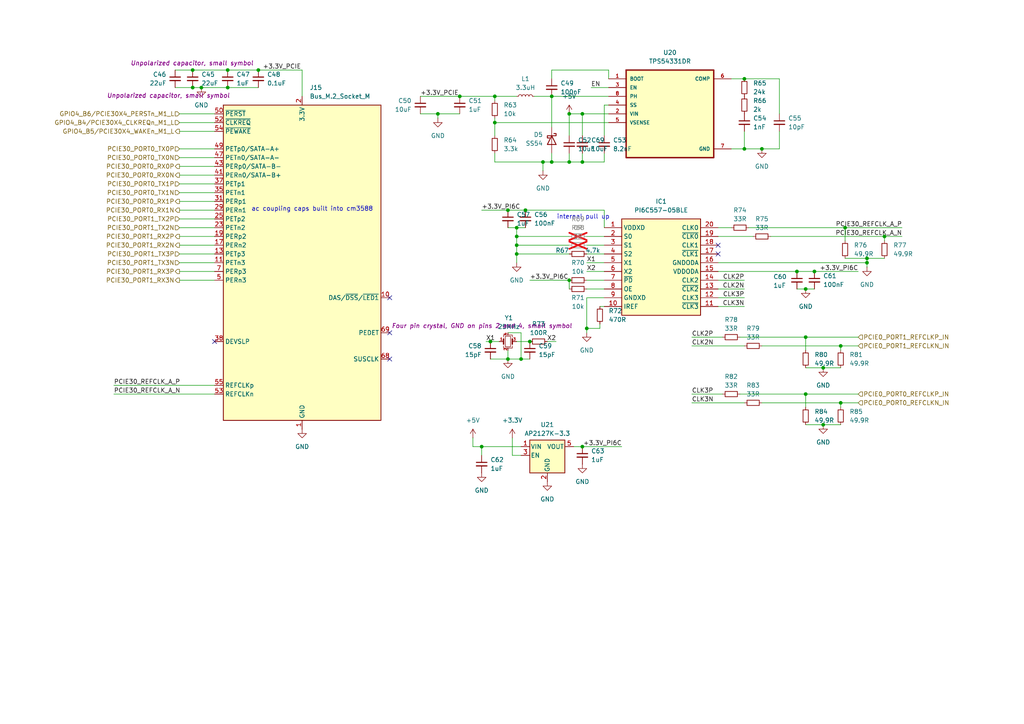
<source format=kicad_sch>
(kicad_sch (version 20240417) (generator "eeschema") (generator_version "8.99")
  (paper "A4")
  (title_block (title "anyon e") (date "2024-06-12") (rev "V0.1") (company "Byran Huang") (comment 4 "Proof of concept board for feature verification"))
  (lib_symbols
    (symbol "Connector:Bus_M.2_Socket_M"
      (property "Reference" "J" (at -22.86 46.99 0))
      (property "Value" "Bus_M.2_Socket_M" (at 16.51 46.99 0))
      (symbol "Bus_M.2_Socket_M_0_1"
        (rectangle (start -22.86 45.72) (end 22.86 -45.72) (stroke (width 0.254)) (fill (type background)))
      )
      (symbol "Bus_M.2_Socket_M_1_1"
        (pin power_in line (at 0 -48.26 90) (length 2.54) (name "GND") (number "1"))
        (pin bidirectional line (at 25.4 -10.16 180) (length 2.54) (name "DAS/~{DSS}/~{LED1}") (number "10"))
        (pin output line (at -25.4 0 0) (length 2.54) (name "PETn3") (number "11"))
        (pin passive line (at 0 48.26 270) (length 2.54) hide (name "3.3V") (number "12"))
        (pin output line (at -25.4 2.54 0) (length 2.54) (name "PETp3") (number "13"))
        (pin passive line (at 0 48.26 270) (length 2.54) hide (name "3.3V") (number "14"))
        (pin passive line (at 0 -48.26 90) (length 2.54) hide (name "GND") (number "15"))
        (pin passive line (at 0 48.26 270) (length 2.54) hide (name "3.3V") (number "16"))
        (pin input line (at -25.4 5.08 0) (length 2.54) (name "PERn2") (number "17"))
        (pin passive line (at 0 48.26 270) (length 2.54) hide (name "3.3V") (number "18"))
        (pin input line (at -25.4 7.62 0) (length 2.54) (name "PERp2") (number "19"))
        (pin power_in line (at 0 48.26 270) (length 2.54) (name "3.3V") (number "2"))
        (pin no_connect line (at 22.86 2.54 180) (length 2.54) hide (name "NC") (number "20"))
        (pin passive line (at 0 -48.26 90) (length 2.54) hide (name "GND") (number "21"))
        (pin no_connect line (at 22.86 5.08 180) (length 2.54) hide (name "NC") (number "22"))
        (pin output line (at -25.4 10.16 0) (length 2.54) (name "PETn2") (number "23"))
        (pin no_connect line (at 22.86 7.62 180) (length 2.54) hide (name "NC") (number "24"))
        (pin output line (at -25.4 12.7 0) (length 2.54) (name "PETp2") (number "25"))
        (pin no_connect line (at 22.86 10.16 180) (length 2.54) hide (name "NC") (number "26"))
        (pin passive line (at 0 -48.26 90) (length 2.54) hide (name "GND") (number "27"))
        (pin no_connect line (at 22.86 12.7 180) (length 2.54) hide (name "NC") (number "28"))
        (pin input line (at -25.4 15.24 0) (length 2.54) (name "PERn1") (number "29"))
        (pin passive line (at 0 -48.26 90) (length 2.54) hide (name "GND") (number "3"))
        (pin no_connect line (at 22.86 15.24 180) (length 2.54) hide (name "NC") (number "30"))
        (pin input line (at -25.4 17.78 0) (length 2.54) (name "PERp1") (number "31"))
        (pin no_connect line (at 22.86 17.78 180) (length 2.54) hide (name "NC") (number "32"))
        (pin passive line (at 0 -48.26 90) (length 2.54) hide (name "GND") (number "33"))
        (pin no_connect line (at 22.86 20.32 180) (length 2.54) hide (name "NC") (number "34"))
        (pin output line (at -25.4 20.32 0) (length 2.54) (name "PETn1") (number "35"))
        (pin no_connect line (at 22.86 22.86 180) (length 2.54) hide (name "NC") (number "36"))
        (pin output line (at -25.4 22.86 0) (length 2.54) (name "PETp1") (number "37"))
        (pin output line (at -25.4 -22.86 0) (length 2.54) (name "DEVSLP") (number "38"))
        (pin passive line (at 0 -48.26 90) (length 2.54) hide (name "GND") (number "39"))
        (pin passive line (at 0 48.26 270) (length 2.54) hide (name "3.3V") (number "4"))
        (pin no_connect line (at 22.86 25.4 180) (length 2.54) hide (name "NC") (number "40"))
        (pin input line (at -25.4 25.4 0) (length 2.54) (name "PERn0/SATA-B+") (number "41"))
        (pin no_connect line (at 22.86 27.94 180) (length 2.54) hide (name "NC") (number "42"))
        (pin input line (at -25.4 27.94 0) (length 2.54) (name "PERp0/SATA-B-") (number "43"))
        (pin no_connect line (at 22.86 30.48 180) (length 2.54) hide (name "NC") (number "44"))
        (pin passive line (at 0 -48.26 90) (length 2.54) hide (name "GND") (number "45"))
        (pin no_connect line (at 22.86 33.02 180) (length 2.54) hide (name "NC") (number "46"))
        (pin output line (at -25.4 30.48 0) (length 2.54) (name "PETn0/SATA-A-") (number "47"))
        (pin no_connect line (at 22.86 35.56 180) (length 2.54) hide (name "NC") (number "48"))
        (pin output line (at -25.4 33.02 0) (length 2.54) (name "PETp0/SATA-A+") (number "49"))
        (pin input line (at -25.4 -5.08 0) (length 2.54) (name "PERn3") (number "5"))
        (pin output line (at -25.4 43.18 0) (length 2.54) (name "~{PERST}") (number "50"))
        (pin passive line (at 0 -48.26 90) (length 2.54) hide (name "GND") (number "51"))
        (pin bidirectional line (at -25.4 40.64 0) (length 2.54) (name "~{CLKREQ}") (number "52"))
        (pin output line (at -25.4 -38.1 0) (length 2.54) (name "REFCLKn") (number "53"))
        (pin bidirectional line (at -25.4 38.1 0) (length 2.54) (name "~{PEWAKE}") (number "54"))
        (pin output line (at -25.4 -35.56 0) (length 2.54) (name "REFCLKp") (number "55"))
        (pin no_connect line (at 22.86 38.1 180) (length 2.54) hide (name "NC") (number "56"))
        (pin passive line (at 0 -48.26 90) (length 2.54) hide (name "GND") (number "57"))
        (pin no_connect line (at 22.86 40.64 180) (length 2.54) hide (name "NC") (number "58"))
        (pin no_connect line (at 22.86 -2.54 180) (length 2.54) hide (name "NC") (number "6"))
        (pin no_connect line (at 22.86 -5.08 180) (length 2.54) hide (name "NC") (number "67"))
        (pin output line (at 25.4 -27.94 180) (length 2.54) (name "SUSCLK") (number "68"))
        (pin passive line (at 25.4 -20.32 180) (length 2.54) (name "PEDET") (number "69"))
        (pin input line (at -25.4 -2.54 0) (length 2.54) (name "PERp3") (number "7"))
        (pin passive line (at 0 48.26 270) (length 2.54) hide (name "3.3V") (number "70"))
        (pin passive line (at 0 -48.26 90) (length 2.54) hide (name "GND") (number "71"))
        (pin passive line (at 0 48.26 270) (length 2.54) hide (name "3.3V") (number "72"))
        (pin passive line (at 0 -48.26 90) (length 2.54) hide (name "GND") (number "73"))
        (pin passive line (at 0 48.26 270) (length 2.54) hide (name "3.3V") (number "74"))
        (pin passive line (at 0 -48.26 90) (length 2.54) hide (name "GND") (number "75"))
        (pin no_connect line (at 22.86 0 180) (length 2.54) hide (name "NC") (number "8"))
        (pin passive line (at 0 -48.26 90) (length 2.54) hide (name "GND") (number "9"))
      )
    )
    (symbol "Device:C_Small" (pin_numbers hide) (pin_names (offset 0.254) hide)
      (property "Reference" "C" (at 0.254 1.778 0))
      (property "Value" "C_Small" (at 0.254 -2.032 0))
      (symbol "C_Small_0_1"
        (polyline (pts (xy -1.524 0.508) (xy 1.524 0.508)) (stroke (width 0.3048)))
        (polyline (pts (xy -1.524 -0.508) (xy 1.524 -0.508)) (stroke (width 0.3302)))
      )
      (symbol "C_Small_1_1"
        (pin passive line (at 0 2.54 270) (length 2.032) (name "~") (number "1"))
        (pin passive line (at 0 -2.54 90) (length 2.032) (name "~") (number "2"))
      )
    )
    (symbol "Device:Crystal_GND24_Small" (pin_names (offset 1.016) hide)
      (property "Reference" "Y" (at 1.27 4.445 0))
      (property "Value" "Crystal_GND24_Small" (at 1.27 2.54 0))
      (symbol "Crystal_GND24_Small_0_1"
        (polyline (pts (xy -1.27 1.27) (xy -1.27 1.905) (xy 1.27 1.905) (xy 1.27 1.27)))
        (polyline (pts (xy -1.27 -0.762) (xy -1.27 0.762)) (stroke (width 0.381)))
        (polyline (pts (xy -1.27 -1.27) (xy -1.27 -1.905) (xy 1.27 -1.905) (xy 1.27 -1.27)))
        (rectangle (start -0.762 -1.524) (end 0.762 1.524))
        (polyline (pts (xy 1.27 -0.762) (xy 1.27 0.762)) (stroke (width 0.381)))
      )
      (symbol "Crystal_GND24_Small_1_1"
        (pin passive line (at -2.54 0 0) (length 1.27) (name "1") (number "1"))
        (pin passive line (at 0 -2.54 90) (length 0.635) (name "2") (number "2"))
        (pin passive line (at 2.54 0 180) (length 1.27) (name "3") (number "3"))
        (pin passive line (at 0 2.54 270) (length 0.635) (name "4") (number "4"))
      )
    )
    (symbol "Device:D_Schottky" (pin_numbers hide) (pin_names (offset 1.016) hide)
      (property "Reference" "D" (at 0 2.54 0))
      (property "Value" "D_Schottky" (at 0 -2.54 0))
      (symbol "D_Schottky_0_1"
        (polyline (pts (xy -1.905 0.635) (xy -1.905 1.27) (xy -1.27 1.27) (xy -1.27 -1.27) (xy -0.635 -1.27) (xy -0.635 -0.635)) (stroke (width 0.254)))
        (polyline (pts (xy 1.27 1.27) (xy 1.27 -1.27) (xy -1.27 0) (xy 1.27 1.27)) (stroke (width 0.254)))
        (polyline (pts (xy 1.27 0) (xy -1.27 0)))
      )
      (symbol "D_Schottky_1_1"
        (pin passive line (at -3.81 0 0) (length 2.54) (name "K") (number "1"))
        (pin passive line (at 3.81 0 180) (length 2.54) (name "A") (number "2"))
      )
    )
    (symbol "Device:L_Small" (pin_numbers hide) (pin_names (offset 0.254) hide)
      (property "Reference" "L" (at 0.762 1.016 0))
      (property "Value" "L_Small" (at 0.762 -1.016 0))
      (symbol "L_Small_0_1"
        (arc (start 0 2.032) (mid 0.5058 1.524) (end 0 1.016))
        (arc (start 0 1.016) (mid 0.5058 0.508) (end 0 0))
        (arc (start 0 0) (mid 0.5058 -0.508) (end 0 -1.016))
        (arc (start 0 -1.016) (mid 0.5058 -1.524) (end 0 -2.032))
      )
      (symbol "L_Small_1_1"
        (pin passive line (at 0 2.54 270) (length 0.508) (name "~") (number "1"))
        (pin passive line (at 0 -2.54 90) (length 0.508) (name "~") (number "2"))
      )
    )
    (symbol "Device:R_Small" (pin_numbers hide) (pin_names (offset 0.254) hide)
      (property "Reference" "R" (at 0.762 0.508 0))
      (property "Value" "R_Small" (at 0.762 -1.016 0))
      (symbol "R_Small_0_1"
        (rectangle (start -0.762 1.778) (end 0.762 -1.778) (stroke (width 0.2032)))
      )
      (symbol "R_Small_1_1"
        (pin passive line (at 0 2.54 270) (length 0.762) (name "~") (number "1"))
        (pin passive line (at 0 -2.54 90) (length 0.762) (name "~") (number "2"))
      )
    )
    (symbol "PI6C557-05B:PI6C557-05BLE"
      (property "Reference" "IC" (at 29.21 7.62 0))
      (property "Value" "PI6C557-05BLE" (at 29.21 5.08 0))
      (symbol "PI6C557-05BLE_1_1"
        (rectangle (start 5.08 2.54) (end 27.94 -25.4) (stroke (width 0.254)) (fill (type background)))
        (pin passive line (at 0 0 0) (length 5.08) (name "VDDXD") (number "1"))
        (pin passive line (at 0 -22.86 0) (length 5.08) (name "IREF") (number "10"))
        (pin passive line (at 33.02 -22.86 180) (length 5.08) (name "~{CLK3}") (number "11"))
        (pin passive line (at 33.02 -20.32 180) (length 5.08) (name "CLK3") (number "12"))
        (pin passive line (at 33.02 -17.78 180) (length 5.08) (name "~{CLK2}") (number "13"))
        (pin passive line (at 33.02 -15.24 180) (length 5.08) (name "CLK2") (number "14"))
        (pin passive line (at 33.02 -12.7 180) (length 5.08) (name "VDDODA") (number "15"))
        (pin passive line (at 33.02 -10.16 180) (length 5.08) (name "GNDODA") (number "16"))
        (pin passive line (at 33.02 -7.62 180) (length 5.08) (name "~{CLK1}") (number "17"))
        (pin passive line (at 33.02 -5.08 180) (length 5.08) (name "CLK1") (number "18"))
        (pin passive line (at 33.02 -2.54 180) (length 5.08) (name "~{CLK0}") (number "19"))
        (pin passive line (at 0 -2.54 0) (length 5.08) (name "S0") (number "2"))
        (pin passive line (at 33.02 0 180) (length 5.08) (name "CLK0") (number "20"))
        (pin passive line (at 0 -5.08 0) (length 5.08) (name "S1") (number "3"))
        (pin passive line (at 0 -7.62 0) (length 5.08) (name "S2") (number "4"))
        (pin passive line (at 0 -10.16 0) (length 5.08) (name "X1") (number "5"))
        (pin passive line (at 0 -12.7 0) (length 5.08) (name "X2") (number "6"))
        (pin passive line (at 0 -15.24 0) (length 5.08) (name "~{PD}") (number "7"))
        (pin passive line (at 0 -17.78 0) (length 5.08) (name "OE") (number "8"))
        (pin passive line (at 0 -20.32 0) (length 5.08) (name "GNDXD") (number "9"))
      )
    )
    (symbol "Regulator_Linear:AP2127K-3.3" (pin_names (offset 0.254))
      (property "Reference" "U" (at -5.08 5.715 0))
      (property "Value" "AP2127K-3.3" (at 0 5.715 0))
      (symbol "AP2127K-3.3_0_1"
        (rectangle (start -5.08 4.445) (end 5.08 -5.08) (stroke (width 0.254)) (fill (type background)))
      )
      (symbol "AP2127K-3.3_1_1"
        (pin power_in line (at -7.62 2.54 0) (length 2.54) (name "VIN") (number "1"))
        (pin power_in line (at 0 -7.62 90) (length 2.54) (name "GND") (number "2"))
        (pin input line (at -7.62 0 0) (length 2.54) (name "EN") (number "3"))
        (pin no_connect line (at 5.08 0 180) (length 2.54) hide (name "NC") (number "4"))
        (pin power_out line (at 7.62 2.54 180) (length 2.54) (name "VOUT") (number "5"))
      )
    )
    (symbol "TPS54331DR:TPS54331DR" (pin_names (offset 1.016))
      (property "Reference" "U" (at -12.7 13.7 0))
      (property "Value" "TPS54331DR" (at -12.7 -16.7 0))
      (symbol "TPS54331DR_0_0"
        (rectangle (start -12.7 -12.7) (end 12.7 12.7) (stroke (width 0.41)) (fill (type background)))
        (pin input line (at -17.78 10.16 0) (length 5.08) (name "BOOT") (number "1"))
        (pin input line (at -17.78 0 0) (length 5.08) (name "VIN") (number "2"))
        (pin input line (at -17.78 7.62 0) (length 5.08) (name "EN") (number "3"))
        (pin input line (at -17.78 2.54 0) (length 5.08) (name "SS") (number "4"))
        (pin input line (at -17.78 -2.54 0) (length 5.08) (name "VSENSE") (number "5"))
        (pin output line (at 17.78 10.16 180) (length 5.08) (name "COMP") (number "6"))
        (pin power_in line (at 17.78 -10.16 180) (length 5.08) (name "GND") (number "7"))
        (pin input line (at -17.78 5.08 0) (length 5.08) (name "PH") (number "8"))
      )
    )
    (symbol "power:+3.3V" (power) (pin_numbers hide) (pin_names (offset 0) hide)
      (property "Value" "+3.3V" (at 0 3.556 0))
      (symbol "+3.3V_0_1"
        (polyline (pts (xy -0.762 1.27) (xy 0 2.54)))
        (polyline (pts (xy 0 2.54) (xy 0.762 1.27)))
        (polyline (pts (xy 0 0) (xy 0 2.54)))
      )
      (symbol "+3.3V_1_1"
        (pin power_in line (at 0 0 90) (length 0) (name "~") (number "1"))
      )
    )
    (symbol "power:+5V" (power) (pin_numbers hide) (pin_names (offset 0) hide)
      (property "Value" "+5V" (at 0 3.556 0))
      (symbol "+5V_0_1"
        (polyline (pts (xy -0.762 1.27) (xy 0 2.54)))
        (polyline (pts (xy 0 2.54) (xy 0.762 1.27)))
        (polyline (pts (xy 0 0) (xy 0 2.54)))
      )
      (symbol "+5V_1_1"
        (pin power_in line (at 0 0 90) (length 0) (name "~") (number "1"))
      )
    )
    (symbol "power:GND" (power) (pin_numbers hide) (pin_names (offset 0) hide)
      (property "Value" "GND" (at 0 -3.81 0))
      (symbol "GND_0_1"
        (polyline (pts (xy 0 0) (xy 0 -1.27) (xy 1.27 -1.27) (xy 0 -2.54) (xy -1.27 -1.27) (xy 0 -1.27)))
      )
      (symbol "GND_1_1"
        (pin power_in line (at 0 0 270) (length 0) (name "~") (number "1"))
      )
    )
  )
  (text "ac coupling caps built into cm3588" (at 72.898 60.706 0) (effects (font (size 1.27 1.27)) (justify left)))
  (text "internal pull up" (at 169.164 62.992 0) (effects (font (size 1.27 1.27))))
  (junction (at 147.32 104.14))
  (junction (at 142.24 99.06))
  (junction (at 149.86 73.66))
  (junction (at 251.46 76.2))
  (junction (at 238.76 123.19))
  (junction (at 127 33.02))
  (junction (at 157.48 46.99))
  (junction (at 74.93 20.32))
  (junction (at 149.86 68.58))
  (junction (at 149.86 71.12))
  (junction (at 153.67 99.06))
  (junction (at 231.14 78.74))
  (junction (at 152.4 60.96))
  (junction (at 66.04 25.4))
  (junction (at 55.88 25.4))
  (junction (at 66.04 20.32))
  (junction (at 220.98 43.18))
  (junction (at 143.51 27.94))
  (junction (at 238.76 106.68))
  (junction (at 160.02 46.99))
  (junction (at 215.9 43.18))
  (junction (at 251.46 74.93))
  (junction (at 256.54 68.58))
  (junction (at 233.68 114.3))
  (junction (at 55.88 20.32))
  (junction (at 243.84 116.84))
  (junction (at 143.51 35.56))
  (junction (at 133.35 27.94))
  (junction (at 165.1 33.02))
  (junction (at 160.02 27.94))
  (junction (at 168.91 46.99))
  (junction (at 149.86 66.04))
  (junction (at 168.91 129.54))
  (junction (at 236.22 78.74))
  (junction (at 147.32 60.96))
  (junction (at 243.84 100.33))
  (junction (at 151.13 104.14))
  (junction (at 165.1 81.28))
  (junction (at 165.1 46.99))
  (junction (at 215.9 22.86))
  (junction (at 233.68 97.79))
  (junction (at 233.68 83.82))
  (junction (at 58.42 25.4))
  (junction (at 170.18 95.25))
  (junction (at 168.91 33.02))
  (junction (at 139.7 129.54))
  (junction (at 245.11 66.04))
  (no_connect (at 113.03 86.36))
  (no_connect (at 208.28 73.66))
  (no_connect (at 208.28 71.12))
  (no_connect (at 62.23 99.06))
  (no_connect (at 113.03 96.52))
  (no_connect (at 113.03 104.14))
  (wire (pts (xy 52.07 60.96) (xy 62.23 60.96)))
  (wire (pts (xy 160.02 46.99) (xy 160.02 44.45)))
  (wire (pts (xy 256.54 68.58) (xy 261.62 68.58)))
  (wire (pts (xy 245.11 66.04) (xy 261.62 66.04)))
  (wire (pts (xy 52.07 58.42) (xy 62.23 58.42)))
  (wire (pts (xy 176.53 20.32) (xy 176.53 22.86)))
  (wire (pts (xy 52.07 76.2) (xy 62.23 76.2)))
  (wire (pts (xy 52.07 33.02) (xy 62.23 33.02)))
  (wire (pts (xy 175.26 60.96) (xy 175.26 66.04)))
  (wire (pts (xy 50.8 25.4) (xy 55.88 25.4)))
  (wire (pts (xy 233.68 97.79) (xy 233.68 101.6)))
  (wire (pts (xy 238.76 106.68) (xy 243.84 106.68)))
  (wire (pts (xy 52.07 53.34) (xy 62.23 53.34)))
  (wire (pts (xy 170.18 86.36) (xy 170.18 95.25)))
  (wire (pts (xy 52.07 48.26) (xy 62.23 48.26)))
  (wire (pts (xy 233.68 106.68) (xy 238.76 106.68)))
  (wire (pts (xy 165.1 39.37) (xy 165.1 33.02)))
  (wire (pts (xy 143.51 46.99) (xy 157.48 46.99)))
  (wire (pts (xy 143.51 35.56) (xy 176.53 35.56)))
  (wire (pts (xy 215.9 38.1) (xy 215.9 43.18)))
  (wire (pts (xy 55.88 25.4) (xy 58.42 25.4)))
  (wire (pts (xy 52.07 45.72) (xy 62.23 45.72)))
  (wire (pts (xy 170.18 76.2) (xy 175.26 76.2)))
  (wire (pts (xy 121.92 33.02) (xy 127 33.02)))
  (wire (pts (xy 142.24 99.06) (xy 144.78 99.06)))
  (wire (pts (xy 151.13 96.52) (xy 151.13 104.14)))
  (wire (pts (xy 143.51 34.29) (xy 143.51 35.56)))
  (wire (pts (xy 170.18 81.28) (xy 175.26 81.28)))
  (wire (pts (xy 220.98 100.33) (xy 243.84 100.33)))
  (wire (pts (xy 170.18 71.12) (xy 175.26 71.12)))
  (wire (pts (xy 66.04 25.4) (xy 74.93 25.4)))
  (wire (pts (xy 231.14 78.74) (xy 236.22 78.74)))
  (wire (pts (xy 52.07 81.28) (xy 62.23 81.28)))
  (wire (pts (xy 208.28 88.9) (xy 215.9 88.9)))
  (wire (pts (xy 215.9 22.86) (xy 226.06 22.86)))
  (wire (pts (xy 58.42 25.4) (xy 66.04 25.4)))
  (wire (pts (xy 127 33.02) (xy 133.35 33.02)))
  (wire (pts (xy 251.46 74.93) (xy 256.54 74.93)))
  (wire (pts (xy 160.02 46.99) (xy 165.1 46.99)))
  (wire (pts (xy 170.18 83.82) (xy 175.26 83.82)))
  (wire (pts (xy 175.26 30.48) (xy 176.53 30.48)))
  (wire (pts (xy 52.07 71.12) (xy 62.23 71.12)))
  (wire (pts (xy 233.68 114.3) (xy 248.92 114.3)))
  (wire (pts (xy 157.48 46.99) (xy 160.02 46.99)))
  (wire (pts (xy 165.1 68.58) (xy 149.86 68.58)))
  (wire (pts (xy 168.91 44.45) (xy 168.91 46.99)))
  (wire (pts (xy 165.1 46.99) (xy 165.1 44.45)))
  (wire (pts (xy 208.28 86.36) (xy 215.9 86.36)))
  (wire (pts (xy 52.07 63.5) (xy 62.23 63.5)))
  (wire (pts (xy 208.28 78.74) (xy 231.14 78.74)))
  (wire (pts (xy 243.84 100.33) (xy 248.92 100.33)))
  (wire (pts (xy 208.28 81.28) (xy 215.9 81.28)))
  (wire (pts (xy 212.09 22.86) (xy 215.9 22.86)))
  (wire (pts (xy 157.48 49.53) (xy 157.48 46.99)))
  (wire (pts (xy 175.26 68.58) (xy 170.18 68.58)))
  (wire (pts (xy 243.84 100.33) (xy 243.84 101.6)))
  (wire (pts (xy 154.94 27.94) (xy 160.02 27.94)))
  (wire (pts (xy 173.99 95.25) (xy 173.99 93.98)))
  (wire (pts (xy 152.4 60.96) (xy 175.26 60.96)))
  (wire (pts (xy 256.54 68.58) (xy 256.54 69.85)))
  (wire (pts (xy 149.86 66.04) (xy 149.86 68.58)))
  (wire (pts (xy 231.14 83.82) (xy 233.68 83.82)))
  (wire (pts (xy 243.84 116.84) (xy 248.92 116.84)))
  (wire (pts (xy 217.17 66.04) (xy 245.11 66.04)))
  (wire (pts (xy 200.66 100.33) (xy 215.9 100.33)))
  (wire (pts (xy 233.68 83.82) (xy 236.22 83.82)))
  (wire (pts (xy 238.76 123.19) (xy 243.84 123.19)))
  (wire (pts (xy 33.02 111.76) (xy 62.23 111.76)))
  (wire (pts (xy 251.46 77.47) (xy 251.46 76.2)))
  (wire (pts (xy 166.37 129.54) (xy 168.91 129.54)))
  (wire (pts (xy 52.07 55.88) (xy 62.23 55.88)))
  (wire (pts (xy 149.86 68.58) (xy 149.86 71.12)))
  (wire (pts (xy 133.35 27.94) (xy 143.51 27.94)))
  (wire (pts (xy 208.28 68.58) (xy 218.44 68.58)))
  (wire (pts (xy 161.29 99.06) (xy 158.75 99.06)))
  (wire (pts (xy 137.16 127) (xy 137.16 129.54)))
  (wire (pts (xy 153.67 81.28) (xy 165.1 81.28)))
  (wire (pts (xy 168.91 33.02) (xy 176.53 33.02)))
  (wire (pts (xy 168.91 33.02) (xy 168.91 39.37)))
  (wire (pts (xy 214.63 97.79) (xy 233.68 97.79)))
  (wire (pts (xy 149.86 73.66) (xy 149.86 76.2)))
  (wire (pts (xy 52.07 35.56) (xy 62.23 35.56)))
  (wire (pts (xy 175.26 30.48) (xy 175.26 39.37)))
  (wire (pts (xy 226.06 22.86) (xy 226.06 33.02)))
  (wire (pts (xy 233.68 123.19) (xy 238.76 123.19)))
  (wire (pts (xy 52.07 73.66) (xy 62.23 73.66)))
  (wire (pts (xy 74.93 20.32) (xy 66.04 20.32)))
  (wire (pts (xy 147.32 60.96) (xy 152.4 60.96)))
  (wire (pts (xy 33.02 114.3) (xy 62.23 114.3)))
  (wire (pts (xy 52.07 66.04) (xy 62.23 66.04)))
  (wire (pts (xy 160.02 27.94) (xy 176.53 27.94)))
  (wire (pts (xy 170.18 78.74) (xy 175.26 78.74)))
  (wire (pts (xy 149.86 71.12) (xy 165.1 71.12)))
  (wire (pts (xy 170.18 73.66) (xy 175.26 73.66)))
  (wire (pts (xy 200.66 97.79) (xy 209.55 97.79)))
  (wire (pts (xy 149.86 71.12) (xy 149.86 73.66)))
  (wire (pts (xy 170.18 95.25) (xy 173.99 95.25)))
  (wire (pts (xy 168.91 129.54) (xy 180.34 129.54)))
  (wire (pts (xy 137.16 129.54) (xy 139.7 129.54)))
  (wire (pts (xy 139.7 60.96) (xy 147.32 60.96)))
  (wire (pts (xy 233.68 97.79) (xy 248.92 97.79)))
  (wire (pts (xy 147.32 104.14) (xy 151.13 104.14)))
  (wire (pts (xy 143.51 39.37) (xy 143.51 35.56)))
  (wire (pts (xy 139.7 132.08) (xy 139.7 129.54)))
  (wire (pts (xy 143.51 29.21) (xy 143.51 27.94)))
  (wire (pts (xy 175.26 86.36) (xy 170.18 86.36)))
  (wire (pts (xy 200.66 114.3) (xy 209.55 114.3)))
  (wire (pts (xy 212.09 43.18) (xy 215.9 43.18)))
  (wire (pts (xy 55.88 20.32) (xy 50.8 20.32)))
  (wire (pts (xy 151.13 104.14) (xy 153.67 104.14)))
  (wire (pts (xy 160.02 20.32) (xy 160.02 22.86)))
  (wire (pts (xy 168.91 46.99) (xy 175.26 46.99)))
  (wire (pts (xy 160.02 36.83) (xy 160.02 27.94)))
  (wire (pts (xy 200.66 116.84) (xy 215.9 116.84)))
  (wire (pts (xy 148.59 127) (xy 148.59 132.08)))
  (wire (pts (xy 147.32 96.52) (xy 151.13 96.52)))
  (wire (pts (xy 52.07 68.58) (xy 62.23 68.58)))
  (wire (pts (xy 208.28 83.82) (xy 215.9 83.82)))
  (wire (pts (xy 52.07 78.74) (xy 62.23 78.74)))
  (wire (pts (xy 160.02 20.32) (xy 176.53 20.32)))
  (wire (pts (xy 165.1 46.99) (xy 168.91 46.99)))
  (wire (pts (xy 245.11 66.04) (xy 245.11 69.85)))
  (wire (pts (xy 165.1 81.28) (xy 165.1 83.82)))
  (wire (pts (xy 149.86 99.06) (xy 153.67 99.06)))
  (wire (pts (xy 175.26 46.99) (xy 175.26 44.45)))
  (wire (pts (xy 55.88 20.32) (xy 66.04 20.32)))
  (wire (pts (xy 147.32 66.04) (xy 149.86 66.04)))
  (wire (pts (xy 165.1 33.02) (xy 168.91 33.02)))
  (wire (pts (xy 226.06 38.1) (xy 226.06 43.18)))
  (wire (pts (xy 87.63 20.32) (xy 87.63 27.94)))
  (wire (pts (xy 149.86 73.66) (xy 165.1 73.66)))
  (wire (pts (xy 121.92 27.94) (xy 133.35 27.94)))
  (wire (pts (xy 208.28 66.04) (xy 212.09 66.04)))
  (wire (pts (xy 214.63 114.3) (xy 233.68 114.3)))
  (wire (pts (xy 208.28 76.2) (xy 251.46 76.2)))
  (wire (pts (xy 140.97 99.06) (xy 142.24 99.06)))
  (wire (pts (xy 223.52 68.58) (xy 256.54 68.58)))
  (wire (pts (xy 245.11 74.93) (xy 251.46 74.93)))
  (wire (pts (xy 220.98 43.18) (xy 226.06 43.18)))
  (wire (pts (xy 243.84 116.84) (xy 243.84 118.11)))
  (wire (pts (xy 143.51 44.45) (xy 143.51 46.99)))
  (wire (pts (xy 52.07 43.18) (xy 62.23 43.18)))
  (wire (pts (xy 251.46 76.2) (xy 251.46 74.93)))
  (wire (pts (xy 233.68 114.3) (xy 233.68 118.11)))
  (wire (pts (xy 148.59 132.08) (xy 151.13 132.08)))
  (wire (pts (xy 220.98 116.84) (xy 243.84 116.84)))
  (wire (pts (xy 127 33.02) (xy 127 34.29)))
  (wire (pts (xy 142.24 104.14) (xy 147.32 104.14)))
  (wire (pts (xy 171.45 25.4) (xy 176.53 25.4)))
  (wire (pts (xy 74.93 20.32) (xy 87.63 20.32)))
  (wire (pts (xy 173.99 88.9) (xy 175.26 88.9)))
  (wire (pts (xy 236.22 78.74) (xy 248.92 78.74)))
  (wire (pts (xy 139.7 129.54) (xy 151.13 129.54)))
  (wire (pts (xy 52.07 50.8) (xy 62.23 50.8)))
  (wire (pts (xy 149.86 66.04) (xy 152.4 66.04)))
  (wire (pts (xy 147.32 101.6) (xy 147.32 104.14)))
  (wire (pts (xy 52.07 38.1) (xy 62.23 38.1)))
  (wire (pts (xy 215.9 43.18) (xy 220.98 43.18)))
  (wire (pts (xy 143.51 27.94) (xy 149.86 27.94)))
  (wire (pts (xy 170.18 95.25) (xy 170.18 96.52)))
  (label "X1" (at 140.97 99.06 0))
  (label "PCIE30_REFCLK_A_N" (at 33.02 114.3 0))
  (label "X2" (at 170.18 78.74 0))
  (label "CLK3N" (at 200.66 116.84 0))
  (label "CLK3P" (at 215.9 86.36 180))
  (label "X1" (at 170.18 76.2 0))
  (label "CLK3N" (at 215.9 88.9 180))
  (label "+3.3V_PCIE" (at 121.92 27.94 0))
  (label "+3.3V_PI6C" (at 153.67 81.28 0))
  (label "CLK2P" (at 200.66 97.79 0))
  (label "X2" (at 161.29 99.06 180))
  (label "CLK2N" (at 215.9 83.82 180))
  (label "PCIE30_REFCLK_A_P" (at 261.62 66.04 180))
  (label "+3.3V_PI6C" (at 180.34 129.54 180))
  (label "CLK2P" (at 215.9 81.28 180))
  (label "+3.3V_PI6C" (at 139.7 60.96 0))
  (label "PCIE30_REFCLK_A_P" (at 33.02 111.76 0))
  (label "CLK3P" (at 200.66 114.3 0))
  (label "+3.3V_PCIE" (at 76.2 20.32 0))
  (label "+3.3V_PI6C" (at 248.92 78.74 180))
  (label "EN" (at 171.45 25.4 0))
  (label "CLK2N" (at 200.66 100.33 0))
  (label "PCIE30_REFCLK_A_N" (at 261.62 68.58 180))
  (hierarchical_label "PCIE0_PORT0_REFCLKN_IN" (shape input) (at 248.92 116.84 0))
  (hierarchical_label "PCIE0_PORT1_REFCLKN_IN" (shape input) (at 248.92 100.33 0))
  (hierarchical_label "PCIE30_PORT0_RX0N" (shape output) (at 52.07 50.8 180))
  (hierarchical_label "PCIE0_PORT1_REFCLKP_IN" (shape input) (at 248.92 97.79 0))
  (hierarchical_label "PCIE30_PORT1_RX3N" (shape output) (at 52.07 81.28 180))
  (hierarchical_label "PCIE30_PORT0_RX0P" (shape output) (at 52.07 48.26 180))
  (hierarchical_label "PCIE30_PORT1_RX3P" (shape output) (at 52.07 78.74 180))
  (hierarchical_label "PCIE0_PORT0_REFCLKP_IN" (shape input) (at 248.92 114.3 0))
  (hierarchical_label "PCIE30_PORT1_TX2P" (shape input) (at 52.07 63.5 180))
  (hierarchical_label "GPIO4_B6{slash}PCIE30X4_PERSTn_M1_L" (shape input) (at 52.07 33.02 180))
  (hierarchical_label "PCIE30_PORT1_TX3N" (shape input) (at 52.07 76.2 180))
  (hierarchical_label "PCIE30_PORT1_RX2N" (shape output) (at 52.07 71.12 180))
  (hierarchical_label "GPIO4_B5{slash}PCIE30X4_WAKEn_M1_L" (shape output) (at 52.07 38.1 180))
  (hierarchical_label "PCIE30_PORT1_RX2P" (shape output) (at 52.07 68.58 180))
  (hierarchical_label "PCIE30_PORT1_TX2N" (shape input) (at 52.07 66.04 180))
  (hierarchical_label "PCIE30_PORT0_TX1P" (shape input) (at 52.07 53.34 180))
  (hierarchical_label "PCIE30_PORT0_RX1P" (shape output) (at 52.07 58.42 180))
  (hierarchical_label "PCIE30_PORT0_TX0N" (shape input) (at 52.07 45.72 180))
  (hierarchical_label "PCIE30_PORT0_TX0P" (shape input) (at 52.07 43.18 180))
  (hierarchical_label "PCIE30_PORT0_RX1N" (shape output) (at 52.07 60.96 180))
  (hierarchical_label "PCIE30_PORT1_TX3P" (shape input) (at 52.07 73.66 180))
  (hierarchical_label "PCIE30_PORT0_TX1N" (shape input) (at 52.07 55.88 180))
  (hierarchical_label "GPIO4_B4{slash}PCIE30X4_CLKREQn_M1_L" (shape input) (at 52.07 35.56 180))
  (symbol (lib_id "Device:R_Small") (at 215.9 30.48 0) (unit 1)
    (property "Reference" "R66" (at 218.44 29.2099 0) (effects (justify left)))
    (property "Value" "2k" (at 218.44 31.7499 0) (effects (justify left)))
    (property "Footprint" "Resistor_SMD:R_0402_1005Metric" (effects (hide yes)))
    (property "Description" "Resistor, small symbol" (effects (hide yes)))
  )
  (symbol (lib_id "Device:D_Schottky") (at 160.02 40.64 270) (unit 1)
    (property "Reference" "D5" (at 157.48 39.0524 90) (effects (justify right)))
    (property "Value" "SS54" (at 157.48 41.5924 90) (effects (justify right)))
    (property "Footprint" "Diode_SMD:D_SMA" (effects (hide yes)))
    (property "Description" "Schottky diode" (effects (hide yes)))
  )
  (symbol (lib_id "Device:R_Small") (at 212.09 97.79 90) (unit 1)
    (property "Reference" "R78" (at 212.09 92.71 90))
    (property "Value" "33R" (at 212.09 95.25 90))
    (property "Footprint" "Resistor_SMD:R_0402_1005Metric" (effects (hide yes)))
    (property "Description" "Resistor, small symbol" (effects (hide yes)))
  )
  (symbol (lib_id "Device:R_Small") (at 167.64 83.82 90) (unit 1)
    (property "Reference" "R71" (at 167.64 86.36 90))
    (property "Value" "10k" (at 167.64 88.9 90))
    (property "Footprint" "Resistor_SMD:R_0402_1005Metric" (effects (hide yes)))
    (property "Description" "Resistor, small symbol" (effects (hide yes)))
  )
  (symbol (lib_id "Device:C_Small") (at 168.91 41.91 0) (unit 1)
    (property "Reference" "C69" (at 171.45 40.6462 0) (effects (justify left)))
    (property "Value" "10uF" (at 171.45 43.18 0) (effects (justify left)))
    (property "Footprint" "Capacitor_SMD:C_0402_1005Metric" (effects (hide yes)))
    (property "Description" "Unpolarized capacitor, small symbol" (effects (hide yes)))
  )
  (symbol (lib_id "Device:L_Small") (at 152.4 27.94 90) (unit 1)
    (property "Reference" "L1" (at 152.4 22.86 90))
    (property "Value" "3.3uH" (at 152.4 25.4 90))
    (property "Footprint" "Inductor_SMD:L_Vishay_IHLP-1616" (effects (hide yes)))
    (property "Description" "Inductor, small symbol" (effects (hide yes)))
  )
  (symbol (lib_id "Device:Crystal_GND24_Small") (at 147.32 99.06 0) (unit 1)
    (property "Reference" "Y1" (at 147.574 92.202 0))
    (property "Value" "25MHz" (at 147.574 94.742 0))
    (property "Footprint" "Crystal:Crystal_SMD_3225-4Pin_3.2x2.5mm" (effects (hide yes)))
    (property "Description" "Four pin crystal, GND on pins 2 and 4, small symbol" (at 139.7 94.488 0) (effects (font (italic yes))))
  )
  (symbol (lib_id "power:GND") (at 147.32 104.14 0) (unit 1)
    (property "Reference" "#PWR087" (effects (hide yes)))
    (property "Value" "GND" (at 147.32 109.22 0))
    (property "Description" "Power symbol creates a global label with name \"GND\" , ground" (effects (hide yes)))
  )
  (symbol (lib_id "Device:C_Small") (at 236.22 81.28 0) (unit 1)
    (property "Reference" "C61" (at 238.76 80.0162 0) (effects (justify left)))
    (property "Value" "100nF" (at 238.76 82.5562 0) (effects (justify left)))
    (property "Footprint" "Capacitor_SMD:C_0402_1005Metric" (effects (hide yes)))
    (property "Description" "Unpolarized capacitor, small symbol" (effects (hide yes)))
  )
  (symbol (lib_id "power:GND") (at 238.76 106.68 0) (unit 1)
    (property "Reference" "#PWR091" (effects (hide yes)))
    (property "Value" "GND" (at 238.76 111.76 0))
    (property "Description" "Power symbol creates a global label with name \"GND\" , ground" (effects (hide yes)))
  )
  (symbol (lib_id "Device:R_Small") (at 143.51 41.91 0) (unit 1)
    (property "Reference" "R64" (at 146.05 40.6399 0) (effects (justify left)))
    (property "Value" "3.3k" (at 146.05 43.1799 0) (effects (justify left)))
    (property "Footprint" "Resistor_SMD:R_0402_1005Metric" (effects (hide yes)))
    (property "Description" "Resistor, small symbol" (effects (hide yes)))
  )
  (symbol (lib_id "power:+3.3V") (at 148.59 127 0) (unit 1)
    (property "Reference" "#PWR095" (effects (hide yes)))
    (property "Value" "+3.3V" (at 148.59 121.92 0))
    (property "Description" "Power symbol creates a global label with name \"+3.3V\"" (effects (hide yes)))
  )
  (symbol (lib_id "Device:R_Small") (at 256.54 72.39 180) (unit 1)
    (property "Reference" "R77" (at 259.08 71.1199 0) (effects (justify right)))
    (property "Value" "49.9R" (at 259.08 73.6599 0) (effects (justify right)))
    (property "Footprint" "Resistor_SMD:R_0402_1005Metric" (effects (hide yes)))
    (property "Description" "Resistor, small symbol" (effects (hide yes)))
  )
  (symbol (lib_id "Device:R_Small") (at 233.68 104.14 180) (unit 1)
    (property "Reference" "R80" (at 236.22 102.8699 0) (effects (justify right)))
    (property "Value" "49.9R" (at 236.22 105.4099 0) (effects (justify right)))
    (property "Footprint" "Resistor_SMD:R_0402_1005Metric" (effects (hide yes)))
    (property "Description" "Resistor, small symbol" (effects (hide yes)))
  )
  (symbol (lib_id "power:GND") (at 127 34.29 0) (unit 1)
    (property "Reference" "#PWR083" (effects (hide yes)))
    (property "Value" "GND" (at 127 39.37 0))
    (property "Description" "Power symbol creates a global label with name \"GND\" , ground" (effects (hide yes)))
  )
  (symbol (lib_id "Device:C_Small") (at 152.4 63.5 0) (unit 1)
    (property "Reference" "C56" (at 154.94 62.2362 0) (effects (justify left)))
    (property "Value" "100nF" (at 154.94 64.7762 0) (effects (justify left)))
    (property "Footprint" "Capacitor_SMD:C_0402_1005Metric" (effects (hide yes)))
    (property "Description" "Unpolarized capacitor, small symbol" (effects (hide yes)))
  )
  (symbol (lib_id "TPS54331DR:TPS54331DR") (at 194.31 33.02 0) (unit 1)
    (property "Reference" "U20" (at 194.31 15.24 0))
    (property "Value" "TPS54331DR" (at 194.31 17.78 0))
    (property "Footprint" "TPS54331DR:SOIC127P599X175-8N" (effects (hide yes)))
    (property "MF" "Texas Instruments" (effects (hide yes)))
    (property "Description_1" "\n3.5V to 28V Input, 3A, 570kHz Step-Down Converter with Eco-mode\n" (effects (hide yes)))
    (property "Package" "SOIC-8 Texas Instruments" (effects (hide yes)))
    (property "Price" "None" (effects (hide yes)))
    (property "SnapEDA_Link" "https://www.snapeda.com/parts/TPS54331DR/Texas+Instruments/view-part/?ref=snap" (effects (hide yes)))
    (property "MP" "TPS54331DR" (effects (hide yes)))
    (property "Purchase-URL" "https://www.snapeda.com/api/url_track_click_mouser/?unipart_id=490779&manufacturer=Texas Instruments&part_name=TPS54331DR&search_term=tps54331dr" (effects (hide yes)))
    (property "Availability" "In Stock" (effects (hide yes)))
    (property "Check_prices" "https://www.snapeda.com/parts/TPS54331DR/Texas+Instruments/view-part/?ref=eda" (effects (hide yes)))
  )
  (symbol (lib_id "Device:R_Small") (at 173.99 91.44 180) (unit 1)
    (property "Reference" "R72" (at 176.53 90.1699 0) (effects (justify right)))
    (property "Value" "470R" (at 176.53 92.7099 0) (effects (justify right)))
    (property "Footprint" "Resistor_SMD:R_0402_1005Metric" (effects (hide yes)))
    (property "Description" "Resistor, small symbol" (effects (hide yes)))
  )
  (symbol (lib_id "power:GND") (at 238.76 123.19 0) (unit 1)
    (property "Reference" "#PWR092" (effects (hide yes)))
    (property "Value" "GND" (at 238.76 128.27 0))
    (property "Description" "Power symbol creates a global label with name \"GND\" , ground" (effects (hide yes)))
  )
  (symbol (lib_id "Device:C_Small") (at 231.14 81.28 0) (unit 1)
    (property "Reference" "C60" (at 224.282 80.264 0) (effects (justify left)))
    (property "Value" "1uF" (at 224.282 82.804 0) (effects (justify left)))
    (property "Footprint" "Capacitor_SMD:C_0402_1005Metric" (effects (hide yes)))
    (property "Description" "Unpolarized capacitor, small symbol" (effects (hide yes)))
  )
  (symbol (lib_id "Device:C_Small") (at 121.92 30.48 0) (unit 1)
    (property "Reference" "C50" (at 119.38 29.2162 0) (effects (justify right)))
    (property "Value" "10uF" (at 119.38 31.7562 0) (effects (justify right)))
    (property "Footprint" "Capacitor_SMD:C_0402_1005Metric" (effects (hide yes)))
    (property "Description" "Unpolarized capacitor, small symbol" (effects (hide yes)))
  )
  (symbol (lib_id "Device:C_Small") (at 66.04 22.86 0) (unit 1)
    (property "Reference" "C47" (at 68.58 21.5962 0) (effects (justify left)))
    (property "Value" "1uF" (at 68.58 24.1362 0) (effects (justify left)))
    (property "Footprint" "Capacitor_SMD:C_0402_1005Metric" (effects (hide yes)))
    (property "Description" "Unpolarized capacitor, small symbol" (effects (hide yes)))
  )
  (symbol (lib_id "Device:R_Small") (at 167.64 73.66 90) (unit 1)
    (property "Reference" "R67" (at 163.068 72.644 90))
    (property "Value" "4.7k" (at 171.958 72.644 90))
    (property "Footprint" "Resistor_SMD:R_0402_1005Metric" (effects (hide yes)))
    (property "Description" "Resistor, small symbol" (effects (hide yes)))
  )
  (symbol (lib_id "Device:C_Small") (at 153.67 101.6 0) (unit 1)
    (property "Reference" "C59" (at 156.21 100.3362 0) (effects (justify left)))
    (property "Value" "15pF" (at 156.21 102.8762 0) (effects (justify left)))
    (property "Footprint" "Capacitor_SMD:C_0402_1005Metric" (effects (hide yes)))
    (property "Description" "Unpolarized capacitor, small symbol" (effects (hide yes)))
  )
  (symbol (lib_id "power:GND") (at 58.42 25.4 0) (unit 1)
    (property "Reference" "#PWR082" (effects (hide yes)))
    (property "Value" "GND" (at 58.42 30.48 0))
    (property "Description" "Power symbol creates a global label with name \"GND\" , ground" (effects (hide yes)))
  )
  (symbol (lib_id "Device:C_Small") (at 226.06 35.56 0) (unit 1)
    (property "Reference" "C55" (at 228.6 34.2962 0) (effects (justify left)))
    (property "Value" "10pF" (at 228.6 36.8362 0) (effects (justify left)))
    (property "Footprint" "Capacitor_SMD:C_0402_1005Metric" (effects (hide yes)))
    (property "Description" "Unpolarized capacitor, small symbol" (effects (hide yes)))
  )
  (symbol (lib_id "Device:R_Small") (at 167.64 71.12 90) (unit 1) (dnp yes)
    (property "Reference" "R68" (at 167.64 66.04 90))
    (property "Value" "0R" (at 167.64 68.58 90))
    (property "Footprint" "Resistor_SMD:R_0402_1005Metric" (effects (hide yes)))
    (property "Description" "Resistor, small symbol" (effects (hide yes)))
  )
  (symbol (lib_id "power:GND") (at 170.18 96.52 0) (unit 1)
    (property "Reference" "#PWR088" (effects (hide yes)))
    (property "Value" "GND" (at 170.18 101.6 0))
    (property "Description" "Power symbol creates a global label with name \"GND\" , ground" (effects (hide yes)))
  )
  (symbol (lib_id "power:GND") (at 220.98 43.18 0) (unit 1)
    (property "Reference" "#PWR085" (effects (hide yes)))
    (property "Value" "GND" (at 220.98 48.26 0))
    (property "Description" "Power symbol creates a global label with name \"GND\" , ground" (effects (hide yes)))
  )
  (symbol (lib_id "Device:R_Small") (at 233.68 120.65 180) (unit 1)
    (property "Reference" "R84" (at 236.22 119.3799 0) (effects (justify right)))
    (property "Value" "49.9R" (at 236.22 121.9199 0) (effects (justify right)))
    (property "Footprint" "Resistor_SMD:R_0402_1005Metric" (effects (hide yes)))
    (property "Description" "Resistor, small symbol" (effects (hide yes)))
  )
  (symbol (lib_id "power:GND") (at 139.7 137.16 0) (unit 1)
    (property "Reference" "#PWR094" (effects (hide yes)))
    (property "Value" "GND" (at 139.7 142.24 0))
    (property "Description" "Power symbol creates a global label with name \"GND\" , ground" (effects (hide yes)))
  )
  (symbol (lib_id "Device:R_Small") (at 218.44 116.84 90) (unit 1)
    (property "Reference" "R83" (at 218.44 111.76 90))
    (property "Value" "33R" (at 218.44 114.3 90))
    (property "Footprint" "Resistor_SMD:R_0402_1005Metric" (effects (hide yes)))
    (property "Description" "Resistor, small symbol" (effects (hide yes)))
  )
  (symbol (lib_id "power:+5V") (at 137.16 127 0) (unit 1)
    (property "Reference" "#PWR093" (effects (hide yes)))
    (property "Value" "+5V" (at 137.16 121.92 0))
    (property "Description" "Power symbol creates a global label with name \"+5V\"" (effects (hide yes)))
  )
  (symbol (lib_id "power:GND") (at 233.68 83.82 0) (unit 1)
    (property "Reference" "#PWR090" (effects (hide yes)))
    (property "Value" "GND" (at 233.68 88.9 0))
    (property "Description" "Power symbol creates a global label with name \"GND\" , ground" (effects (hide yes)))
  )
  (symbol (lib_id "Device:C_Small") (at 147.32 63.5 0) (unit 1)
    (property "Reference" "C57" (at 149.86 62.2362 0) (effects (justify left)))
    (property "Value" "1uF" (at 149.86 64.7762 0) (effects (justify left)))
    (property "Footprint" "Capacitor_SMD:C_0402_1005Metric" (effects (hide yes)))
    (property "Description" "Unpolarized capacitor, small symbol" (effects (hide yes)))
  )
  (symbol (lib_id "power:GND") (at 158.75 139.7 0) (unit 1)
    (property "Reference" "#PWR096" (effects (hide yes)))
    (property "Value" "GND" (at 158.75 144.78 0))
    (property "Description" "Power symbol creates a global label with name \"GND\" , ground" (effects (hide yes)))
  )
  (symbol (lib_id "Device:R_Small") (at 143.51 31.75 0) (unit 1)
    (property "Reference" "R63" (at 146.05 30.4799 0) (effects (justify left)))
    (property "Value" "10k" (at 146.05 33.0199 0) (effects (justify left)))
    (property "Footprint" "Resistor_SMD:R_0402_1005Metric" (effects (hide yes)))
    (property "Description" "Resistor, small symbol" (effects (hide yes)))
  )
  (symbol (lib_id "Regulator_Linear:AP2127K-3.3") (at 158.75 132.08 0) (unit 1)
    (property "Reference" "U21" (at 158.75 123.19 0))
    (property "Value" "AP2127K-3.3" (at 158.75 125.73 0))
    (property "Footprint" "Package_TO_SOT_SMD:SOT-23-5" (effects (hide yes)))
    (property "Datasheet" "https://www.diodes.com/assets/Datasheets/AP2127.pdf" (effects (hide yes)))
    (property "Description" "300mA low dropout linear regulator, shutdown pin, 2.5V-6V input voltage, 3.3V fixed positive output, SOT-23-5" (effects (hide yes)))
  )
  (symbol (lib_id "PI6C557-05B:PI6C557-05BLE") (at 175.26 66.04 0) (unit 1)
    (property "Reference" "IC1" (at 191.77 58.42 0))
    (property "Value" "PI6C557-05BLE" (at 191.77 60.96 0))
    (property "Footprint" "SOP65P640X120-20N" (effects (hide yes)))
    (property "Datasheet" "https://www.diodes.com//assets/Datasheets/PI6C557-05B.pdf" (effects (hide yes)))
    (property "Description" "Clock Generators & Support Products PCI express Gen 2 4 output clock gen" (effects (hide yes)))
    (property "Height" "1.2" (effects (hide yes)))
    (property "Mouser Part Number" "729-PI6C557-05BLE" (effects (hide yes)))
    (property "Mouser Price/Stock" "https://www.mouser.co.uk/ProductDetail/Diodes-Incorporated/PI6C557-05BLE?qs=DhjuHb%2FCp74BJNSc42C3zA%3D%3D" (effects (hide yes)))
    (property "Manufacturer_Name" "Diodes Incorporated" (effects (hide yes)))
    (property "Manufacturer_Part_Number" "PI6C557-05BLE" (effects (hide yes)))
  )
  (symbol (lib_id "Device:C_Small") (at 55.88 22.86 0) (unit 1)
    (property "Reference" "C45" (at 58.42 21.5962 0) (effects (justify left)))
    (property "Value" "22uF" (at 58.42 24.1362 0) (effects (justify left)))
    (property "Footprint" "Capacitor_SMD:C_0603_1608Metric" (effects (hide yes)))
    (property "Description" "Unpolarized capacitor, small symbol" (at 55.626 18.288 0) (effects (font (italic yes))))
  )
  (symbol (lib_id "Device:R_Small") (at 215.9 25.4 0) (unit 1)
    (property "Reference" "R65" (at 218.44 24.1299 0) (effects (justify left)))
    (property "Value" "24k" (at 218.44 26.6699 0) (effects (justify left)))
    (property "Footprint" "Resistor_SMD:R_0402_1005Metric" (effects (hide yes)))
    (property "Description" "Resistor, small symbol" (effects (hide yes)))
  )
  (symbol (lib_id "power:GND") (at 251.46 77.47 0) (unit 1)
    (property "Reference" "#PWR089" (effects (hide yes)))
    (property "Value" "GND" (at 251.46 82.55 0))
    (property "Description" "Power symbol creates a global label with name \"GND\" , ground" (effects (hide yes)))
  )
  (symbol (lib_id "Device:C_Small") (at 175.26 41.91 0) (unit 1)
    (property "Reference" "C53" (at 177.8 40.6462 0) (effects (justify left)))
    (property "Value" "8.2nF" (at 177.8 43.1862 0) (effects (justify left)))
    (property "Footprint" "Capacitor_SMD:C_0402_1005Metric" (effects (hide yes)))
    (property "Description" "Unpolarized capacitor, small symbol" (effects (hide yes)))
  )
  (symbol (lib_id "power:+5V") (at 165.1 33.02 0) (unit 1)
    (property "Reference" "#PWR0137" (effects (hide yes)))
    (property "Value" "+5V" (at 165.1 27.94 0))
    (property "Description" "Power symbol creates a global label with name \"+5V\"" (effects (hide yes)))
  )
  (symbol (lib_id "Device:R_Small") (at 218.44 100.33 90) (unit 1)
    (property "Reference" "R79" (at 218.44 95.25 90))
    (property "Value" "33R" (at 218.44 97.79 90))
    (property "Footprint" "Resistor_SMD:R_0402_1005Metric" (effects (hide yes)))
    (property "Description" "Resistor, small symbol" (effects (hide yes)))
  )
  (symbol (lib_id "power:GND") (at 168.91 134.62 0) (unit 1)
    (property "Reference" "#PWR097" (effects (hide yes)))
    (property "Value" "GND" (at 168.91 139.7 0))
    (property "Description" "Power symbol creates a global label with name \"GND\" , ground" (effects (hide yes)))
  )
  (symbol (lib_id "Device:C_Small") (at 215.9 35.56 0) (unit 1)
    (property "Reference" "C54" (at 218.44 34.2962 0) (effects (justify left)))
    (property "Value" "1nF" (at 218.44 36.8362 0) (effects (justify left)))
    (property "Footprint" "Capacitor_SMD:C_0402_1005Metric" (effects (hide yes)))
    (property "Description" "Unpolarized capacitor, small symbol" (effects (hide yes)))
  )
  (symbol (lib_id "power:GND") (at 87.63 124.46 0) (unit 1)
    (property "Reference" "#PWR081" (effects (hide yes)))
    (property "Value" "GND" (at 87.63 129.54 0))
    (property "Description" "Power symbol creates a global label with name \"GND\" , ground" (effects (hide yes)))
  )
  (symbol (lib_id "Device:C_Small") (at 50.8 22.86 0) (unit 1)
    (property "Reference" "C46" (at 48.26 21.5962 0) (effects (justify right)))
    (property "Value" "22uF" (at 48.26 24.1362 0) (effects (justify right)))
    (property "Footprint" "Capacitor_SMD:C_0603_1608Metric" (effects (hide yes)))
    (property "Description" "Unpolarized capacitor, small symbol" (at 48.768 27.686 0) (effects (font (italic yes))))
  )
  (symbol (lib_id "Device:C_Small") (at 74.93 22.86 0) (unit 1)
    (property "Reference" "C48" (at 77.47 21.5962 0) (effects (justify left)))
    (property "Value" "0.1uF" (at 77.47 24.1362 0) (effects (justify left)))
    (property "Footprint" "Capacitor_SMD:C_0402_1005Metric" (effects (hide yes)))
    (property "Description" "Unpolarized capacitor, small symbol" (effects (hide yes)))
  )
  (symbol (lib_id "Device:C_Small") (at 168.91 132.08 0) (unit 1)
    (property "Reference" "C63" (at 171.45 130.8162 0) (effects (justify left)))
    (property "Value" "1uF" (at 171.45 133.3562 0) (effects (justify left)))
    (property "Footprint" "Capacitor_SMD:C_0402_1005Metric" (effects (hide yes)))
    (property "Description" "Unpolarized capacitor, small symbol" (effects (hide yes)))
  )
  (symbol (lib_id "Device:R_Small") (at 212.09 114.3 90) (unit 1)
    (property "Reference" "R82" (at 212.09 109.22 90))
    (property "Value" "33R" (at 212.09 111.76 90))
    (property "Footprint" "Resistor_SMD:R_0402_1005Metric" (effects (hide yes)))
    (property "Description" "Resistor, small symbol" (effects (hide yes)))
  )
  (symbol (lib_id "Connector:Bus_M.2_Socket_M") (at 87.63 76.2 0) (unit 1)
    (property "Reference" "J15" (at 89.8241 25.4 0) (effects (justify left)))
    (property "Value" "Bus_M.2_Socket_M" (at 89.8241 27.94 0) (effects (justify left)))
    (property "Footprint" "NVME_M_KEY:CONN-SMD_AS0BC21-S30BM-7H" (effects (hide yes)))
    (property "Datasheet" "http://read.pudn.com/downloads794/doc/project/3133918/PCIe_M.2_Electromechanical_Spec_Rev1.0_Final_11012013_RS_Clean.pdf#page=155" (effects (hide yes)))
    (property "Description" "M.2 Socket 3 Mechanical Key M" (effects (hide yes)))
  )
  (symbol (lib_id "Device:R_Small") (at 167.64 68.58 90) (unit 1) (dnp yes)
    (property "Reference" "R69" (at 167.64 63.5 90))
    (property "Value" "0R" (at 167.64 66.04 90))
    (property "Footprint" "Resistor_SMD:R_0402_1005Metric" (effects (hide yes)))
    (property "Description" "Resistor, small symbol" (effects (hide yes)))
  )
  (symbol (lib_id "Device:C_Small") (at 139.7 134.62 0) (unit 1)
    (property "Reference" "C62" (at 142.24 133.3562 0) (effects (justify left)))
    (property "Value" "1uF" (at 142.24 135.8962 0) (effects (justify left)))
    (property "Footprint" "Capacitor_SMD:C_0402_1005Metric" (effects (hide yes)))
    (property "Description" "Unpolarized capacitor, small symbol" (effects (hide yes)))
  )
  (symbol (lib_id "Device:R_Small") (at 220.98 68.58 90) (unit 1)
    (property "Reference" "R75" (at 220.98 63.5 90))
    (property "Value" "33R" (at 220.98 66.04 90))
    (property "Footprint" "Resistor_SMD:R_0402_1005Metric" (effects (hide yes)))
    (property "Description" "Resistor, small symbol" (effects (hide yes)))
  )
  (symbol (lib_id "Device:C_Small") (at 165.1 41.91 0) (unit 1)
    (property "Reference" "C52" (at 167.64 40.6462 0) (effects (justify left)))
    (property "Value" "10uF" (at 167.64 43.18 0) (effects (justify left)))
    (property "Footprint" "Capacitor_SMD:C_0402_1005Metric" (effects (hide yes)))
    (property "Description" "Unpolarized capacitor, small symbol" (effects (hide yes)))
  )
  (symbol (lib_id "Device:R_Small") (at 167.64 81.28 90) (unit 1)
    (property "Reference" "R70" (at 167.64 76.2 90))
    (property "Value" "10k" (at 167.64 78.74 90))
    (property "Footprint" "Resistor_SMD:R_0402_1005Metric" (effects (hide yes)))
    (property "Description" "Resistor, small symbol" (effects (hide yes)))
  )
  (symbol (lib_id "Device:R_Small") (at 214.63 66.04 90) (unit 1)
    (property "Reference" "R74" (at 214.63 60.96 90))
    (property "Value" "33R" (at 214.63 63.5 90))
    (property "Footprint" "Resistor_SMD:R_0402_1005Metric" (effects (hide yes)))
    (property "Description" "Resistor, small symbol" (effects (hide yes)))
  )
  (symbol (lib_id "Device:C_Small") (at 142.24 101.6 0) (unit 1)
    (property "Reference" "C58" (at 139.7 100.3362 0) (effects (justify right)))
    (property "Value" "15pF" (at 139.7 102.8762 0) (effects (justify right)))
    (property "Footprint" "Capacitor_SMD:C_0402_1005Metric" (effects (hide yes)))
    (property "Description" "Unpolarized capacitor, small symbol" (effects (hide yes)))
  )
  (symbol (lib_id "Device:R_Small") (at 243.84 120.65 180) (unit 1)
    (property "Reference" "R85" (at 246.38 119.3799 0) (effects (justify right)))
    (property "Value" "49.9R" (at 246.38 121.9199 0) (effects (justify right)))
    (property "Footprint" "Resistor_SMD:R_0402_1005Metric" (effects (hide yes)))
    (property "Description" "Resistor, small symbol" (effects (hide yes)))
  )
  (symbol (lib_id "power:GND") (at 149.86 76.2 0) (unit 1)
    (property "Reference" "#PWR086" (effects (hide yes)))
    (property "Value" "GND" (at 149.86 81.28 0))
    (property "Description" "Power symbol creates a global label with name \"GND\" , ground" (effects (hide yes)))
  )
  (symbol (lib_id "power:GND") (at 157.48 49.53 0) (unit 1)
    (property "Reference" "#PWR084" (effects (hide yes)))
    (property "Value" "GND" (at 157.48 54.61 0))
    (property "Description" "Power symbol creates a global label with name \"GND\" , ground" (effects (hide yes)))
  )
  (symbol (lib_id "Device:R_Small") (at 243.84 104.14 180) (unit 1)
    (property "Reference" "R81" (at 246.38 102.8699 0) (effects (justify right)))
    (property "Value" "49.9R" (at 246.38 105.4099 0) (effects (justify right)))
    (property "Footprint" "Resistor_SMD:R_0402_1005Metric" (effects (hide yes)))
    (property "Description" "Resistor, small symbol" (effects (hide yes)))
  )
  (symbol (lib_id "Device:C_Small") (at 133.35 30.48 0) (unit 1)
    (property "Reference" "C51" (at 135.89 29.2162 0) (effects (justify left)))
    (property "Value" "1uF" (at 135.89 31.7562 0) (effects (justify left)))
    (property "Footprint" "Capacitor_SMD:C_0402_1005Metric" (effects (hide yes)))
    (property "Description" "Unpolarized capacitor, small symbol" (effects (hide yes)))
  )
  (symbol (lib_id "Device:R_Small") (at 245.11 72.39 180) (unit 1)
    (property "Reference" "R76" (at 247.65 71.1199 0) (effects (justify right)))
    (property "Value" "49.9R" (at 247.65 73.6599 0) (effects (justify right)))
    (property "Footprint" "Resistor_SMD:R_0402_1005Metric" (effects (hide yes)))
    (property "Description" "Resistor, small symbol" (effects (hide yes)))
  )
  (symbol (lib_id "Device:C_Small") (at 160.02 25.4 0) (unit 1)
    (property "Reference" "C49" (at 162.56 24.1362 0) (effects (justify left)))
    (property "Value" "100nF" (at 162.56 26.6762 0) (effects (justify left)))
    (property "Footprint" "Capacitor_SMD:C_0402_1005Metric" (effects (hide yes)))
    (property "Description" "Unpolarized capacitor, small symbol" (effects (hide yes)))
  )
  (symbol (lib_id "Device:R_Small") (at 156.21 99.06 270) (unit 1)
    (property "Reference" "R73" (at 156.21 93.98 90))
    (property "Value" "100R" (at 156.21 96.52 90))
    (property "Footprint" "Resistor_SMD:R_0402_1005Metric" (effects (hide yes)))
    (property "Description" "Resistor, small symbol" (effects (hide yes)))
  )
)
</source>
